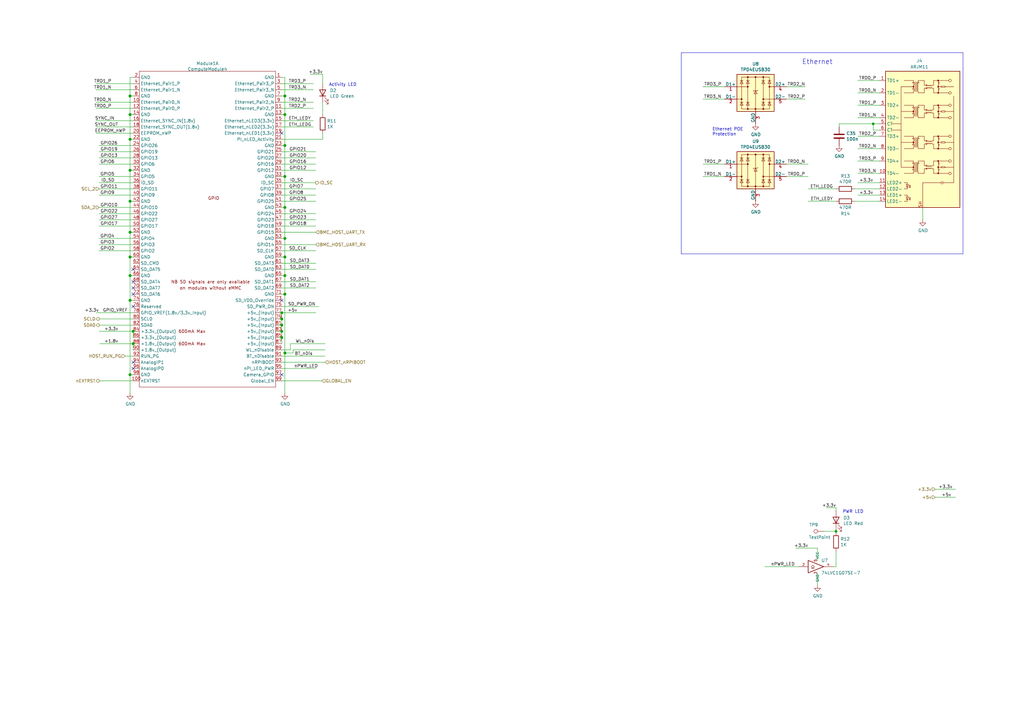
<source format=kicad_sch>
(kicad_sch (version 20230121) (generator eeschema)
  (paper "A3")
  (lib_symbols
    (symbol "CM4IO:74LVC1G07_copy"
      (property "Reference" "U" (at -2.54 3.81 0))
      (property "Value" "74LVC1G07_copy" (at 0 -3.81 0))
      (symbol "74LVC1G07_copy_1_1"
        (pin input line (at -7.62 0 0) (length 3.81) (name "~") (number "2"))
        (pin power_in line (at 0 -2.54 270) (length 0) (name "GND") (number "3"))
        (pin open_collector line (at 6.35 0 180) (length 3.81) (name "~") (number "4"))
        (pin power_in line (at 0 2.54 90) (length 0) (name "VCC") (number "5"))
      )
    )
    (symbol "CM4IO:ComputeModule4-CM4"
      (property "Reference" "Module" (at 113.03 -68.58 0))
      (property "Value" "ComputeModule4-CM4" (at 140.97 2.54 0))
      (property "Field4" "Hirose" (at 0 0 0))
      (property "Field5" "2x DF40C-100DS-0.4V" (at 0 -2.54 0))
      (symbol "ComputeModule4-CM4_1_0"
        (text "GPIO" (at 0 6.35 0) (effects (font (size 1.27 1.27))))
      )
      (symbol "ComputeModule4-CM4_1_1"
        (text "600mA Max" (at -8.89 -53.34 0) (effects (font (size 1.27 1.27))))
        (text "600mA Max" (at -8.89 -48.26 0) (effects (font (size 1.27 1.27))))
        (text "NB SD signals are only available" (at -1.27 -27.94 0) (effects (font (size 1.27 1.27))))
        (text "on modules without eMMC" (at -1.27 -30.48 0) (effects (font (size 1.27 1.27))))
        (pin power_in line (at 27.94 55.88 180) (length 2.54) (name "GND") (number "1"))
        (pin passive line (at -33.02 45.72 0) (length 2.54) (name "Ethernet_Pair0_N") (number "10"))
        (pin output line (at -33.02 -68.58 0) (length 2.54) (name "nEXTRST") (number "100"))
        (pin passive line (at 27.94 43.18 180) (length 2.54) (name "Ethernet_Pair2_P") (number "11"))
        (pin passive line (at -33.02 43.18 0) (length 2.54) (name "Ethernet_Pair0_P") (number "12"))
        (pin power_in line (at 27.94 40.64 180) (length 2.54) (name "GND") (number "13"))
        (pin power_in line (at -33.02 40.64 0) (length 2.54) (name "GND") (number "14"))
        (pin output line (at 27.94 38.1 180) (length 2.54) (name "Ethernet_nLED3(3.3v)") (number "15"))
        (pin input line (at -33.02 38.1 0) (length 2.54) (name "Ethernet_SYNC_IN(1.8v)") (number "16"))
        (pin output line (at 27.94 35.56 180) (length 2.54) (name "Ethernet_nLED2(3.3v)") (number "17"))
        (pin input line (at -33.02 35.56 0) (length 2.54) (name "Ethernet_SYNC_OUT(1.8v)") (number "18"))
        (pin output line (at 27.94 33.02 180) (length 2.54) (name "Ethernet_nLED1(3.3v)") (number "19"))
        (pin power_in line (at -33.02 55.88 0) (length 2.54) (name "GND") (number "2"))
        (pin passive line (at -33.02 33.02 0) (length 2.54) (name "EEPROM_nWP") (number "20"))
        (pin open_collector line (at 27.94 30.48 180) (length 2.54) (name "PI_nLED_Activity") (number "21"))
        (pin power_in line (at -33.02 30.48 0) (length 2.54) (name "GND") (number "22"))
        (pin power_in line (at 27.94 27.94 180) (length 2.54) (name "GND") (number "23"))
        (pin passive line (at -33.02 27.94 0) (length 2.54) (name "GPIO26") (number "24"))
        (pin passive line (at 27.94 25.4 180) (length 2.54) (name "GPIO21") (number "25"))
        (pin passive line (at -33.02 25.4 0) (length 2.54) (name "GPIO19") (number "26"))
        (pin passive line (at 27.94 22.86 180) (length 2.54) (name "GPIO20") (number "27"))
        (pin passive line (at -33.02 22.86 0) (length 2.54) (name "GPIO13") (number "28"))
        (pin passive line (at 27.94 20.32 180) (length 2.54) (name "GPIO16") (number "29"))
        (pin passive line (at 27.94 53.34 180) (length 2.54) (name "Ethernet_Pair3_P") (number "3"))
        (pin passive line (at -33.02 20.32 0) (length 2.54) (name "GPIO6") (number "30"))
        (pin passive line (at 27.94 17.78 180) (length 2.54) (name "GPIO12") (number "31"))
        (pin power_in line (at -33.02 17.78 0) (length 2.54) (name "GND") (number "32"))
        (pin power_in line (at 27.94 15.24 180) (length 2.54) (name "GND") (number "33"))
        (pin passive line (at -33.02 15.24 0) (length 2.54) (name "GPIO5") (number "34"))
        (pin passive line (at 27.94 12.7 180) (length 2.54) (name "ID_SC") (number "35"))
        (pin passive line (at -33.02 12.7 0) (length 2.54) (name "ID_SD") (number "36"))
        (pin passive line (at 27.94 10.16 180) (length 2.54) (name "GPIO7") (number "37"))
        (pin passive line (at -33.02 10.16 0) (length 2.54) (name "GPIO11") (number "38"))
        (pin passive line (at 27.94 7.62 180) (length 2.54) (name "GPIO8") (number "39"))
        (pin passive line (at -33.02 53.34 0) (length 2.54) (name "Ethernet_Pair1_P") (number "4"))
        (pin passive line (at -33.02 7.62 0) (length 2.54) (name "GPIO9") (number "40"))
        (pin passive line (at 27.94 5.08 180) (length 2.54) (name "GPIO25") (number "41"))
        (pin power_in line (at -33.02 5.08 0) (length 2.54) (name "GND") (number "42"))
        (pin power_in line (at 27.94 2.54 180) (length 2.54) (name "GND") (number "43"))
        (pin passive line (at -33.02 2.54 0) (length 2.54) (name "GPIO10") (number "44"))
        (pin passive line (at 27.94 0 180) (length 2.54) (name "GPIO24") (number "45"))
        (pin passive line (at -33.02 0 0) (length 2.54) (name "GPIO22") (number "46"))
        (pin passive line (at 27.94 -2.54 180) (length 2.54) (name "GPIO23") (number "47"))
        (pin passive line (at -33.02 -2.54 0) (length 2.54) (name "GPIO27") (number "48"))
        (pin passive line (at 27.94 -5.08 180) (length 2.54) (name "GPIO18") (number "49"))
        (pin passive line (at 27.94 50.8 180) (length 2.54) (name "Ethernet_Pair3_N") (number "5"))
        (pin passive line (at -33.02 -5.08 0) (length 2.54) (name "GPIO17") (number "50"))
        (pin passive line (at 27.94 -7.62 180) (length 2.54) (name "GPIO15") (number "51"))
        (pin power_in line (at -33.02 -7.62 0) (length 2.54) (name "GND") (number "52"))
        (pin power_in line (at 27.94 -10.16 180) (length 2.54) (name "GND") (number "53"))
        (pin passive line (at -33.02 -10.16 0) (length 2.54) (name "GPIO4") (number "54"))
        (pin passive line (at 27.94 -12.7 180) (length 2.54) (name "GPIO14") (number "55"))
        (pin passive line (at -33.02 -12.7 0) (length 2.54) (name "GPIO3") (number "56"))
        (pin passive line (at 27.94 -15.24 180) (length 2.54) (name "SD_CLK") (number "57"))
        (pin passive line (at -33.02 -15.24 0) (length 2.54) (name "GPIO2") (number "58"))
        (pin power_in line (at 27.94 -17.78 180) (length 2.54) (name "GND") (number "59"))
        (pin passive line (at -33.02 50.8 0) (length 2.54) (name "Ethernet_Pair1_N") (number "6"))
        (pin power_in line (at -33.02 -17.78 0) (length 2.54) (name "GND") (number "60"))
        (pin passive line (at 27.94 -20.32 180) (length 2.54) (name "SD_DAT3") (number "61"))
        (pin passive line (at -33.02 -20.32 0) (length 2.54) (name "SD_CMD") (number "62"))
        (pin passive line (at 27.94 -22.86 180) (length 2.54) (name "SD_DAT0") (number "63"))
        (pin passive line (at -33.02 -22.86 0) (length 2.54) (name "SD_DAT5") (number "64"))
        (pin power_in line (at 27.94 -25.4 180) (length 2.54) (name "GND") (number "65"))
        (pin power_in line (at -33.02 -25.4 0) (length 2.54) (name "GND") (number "66"))
        (pin passive line (at 27.94 -27.94 180) (length 2.54) (name "SD_DAT1") (number "67"))
        (pin passive line (at -33.02 -27.94 0) (length 2.54) (name "SD_DAT4") (number "68"))
        (pin passive line (at 27.94 -30.48 180) (length 2.54) (name "SD_DAT2") (number "69"))
        (pin power_in line (at 27.94 48.26 180) (length 2.54) (name "GND") (number "7"))
        (pin passive line (at -33.02 -30.48 0) (length 2.54) (name "SD_DAT7") (number "70"))
        (pin power_in line (at 27.94 -33.02 180) (length 2.54) (name "GND") (number "71"))
        (pin passive line (at -33.02 -33.02 0) (length 2.54) (name "SD_DAT6") (number "72"))
        (pin input line (at 27.94 -35.56 180) (length 2.54) (name "SD_VDD_Override") (number "73"))
        (pin power_in line (at -33.02 -35.56 0) (length 2.54) (name "GND") (number "74"))
        (pin output line (at 27.94 -38.1 180) (length 2.54) (name "SD_PWR_ON") (number "75"))
        (pin passive line (at -33.02 -38.1 0) (length 2.54) (name "Reserved") (number "76"))
        (pin power_in line (at 27.94 -40.64 180) (length 2.54) (name "+5v_(Input)") (number "77"))
        (pin power_in line (at -33.02 -40.64 0) (length 2.54) (name "GPIO_VREF(1.8v/3.3v_Input)") (number "78"))
        (pin power_in line (at 27.94 -43.18 180) (length 2.54) (name "+5v_(Input)") (number "79"))
        (pin power_in line (at -33.02 48.26 0) (length 2.54) (name "GND") (number "8"))
        (pin passive line (at -33.02 -43.18 0) (length 2.54) (name "SCL0") (number "80"))
        (pin power_in line (at 27.94 -45.72 180) (length 2.54) (name "+5v_(Input)") (number "81"))
        (pin passive line (at -33.02 -45.72 0) (length 2.54) (name "SDA0") (number "82"))
        (pin power_in line (at 27.94 -48.26 180) (length 2.54) (name "+5v_(Input)") (number "83"))
        (pin power_out line (at -33.02 -48.26 0) (length 2.54) (name "+3.3v_(Output)") (number "84"))
        (pin power_in line (at 27.94 -50.8 180) (length 2.54) (name "+5v_(Input)") (number "85"))
        (pin power_out line (at -33.02 -50.8 0) (length 2.54) (name "+3.3v_(Output)") (number "86"))
        (pin power_in line (at 27.94 -53.34 180) (length 2.54) (name "+5v_(Input)") (number "87"))
        (pin power_out line (at -33.02 -53.34 0) (length 2.54) (name "+1.8v_(Output)") (number "88"))
        (pin input line (at 27.94 -55.88 180) (length 2.54) (name "WL_nDisable") (number "89"))
        (pin passive line (at 27.94 45.72 180) (length 2.54) (name "Ethernet_Pair2_N") (number "9"))
        (pin power_out line (at -33.02 -55.88 0) (length 2.54) (name "+1.8v_(Output)") (number "90"))
        (pin input line (at 27.94 -58.42 180) (length 2.54) (name "BT_nDisable") (number "91"))
        (pin passive line (at -33.02 -58.42 0) (length 2.54) (name "RUN_PG") (number "92"))
        (pin input line (at 27.94 -60.96 180) (length 2.54) (name "nRPIBOOT") (number "93"))
        (pin passive line (at -33.02 -60.96 0) (length 2.54) (name "AnalogIP1") (number "94"))
        (pin output line (at 27.94 -63.5 180) (length 2.54) (name "nPI_LED_PWR") (number "95"))
        (pin passive line (at -33.02 -63.5 0) (length 2.54) (name "AnalogIP0") (number "96"))
        (pin passive line (at 27.94 -66.04 180) (length 2.54) (name "Camera_GPIO") (number "97"))
        (pin power_in line (at -33.02 -66.04 0) (length 2.54) (name "GND") (number "98"))
        (pin input line (at 27.94 -68.58 180) (length 2.54) (name "Global_EN") (number "99"))
      )
      (symbol "ComputeModule4-CM4_2_1"
        (text "High Speed Serial" (at 140.97 0 0) (effects (font (size 1.27 1.27))))
        (pin input line (at 170.18 60.96 180) (length 5.08) (name "USB_OTG_ID") (number "101"))
        (pin input line (at 109.22 60.96 0) (length 5.08) (name "PCIe_CLK_nREQ") (number "102"))
        (pin passive line (at 170.18 58.42 180) (length 5.08) (name "USB2_N") (number "103"))
        (pin passive line (at 109.22 58.42 0) (length 5.08) (name "Reserved") (number "104"))
        (pin passive line (at 170.18 55.88 180) (length 5.08) (name "USB2_P") (number "105"))
        (pin passive line (at 109.22 55.88 0) (length 5.08) (name "Reserved") (number "106"))
        (pin power_in line (at 170.18 53.34 180) (length 5.08) (name "GND") (number "107"))
        (pin power_in line (at 109.22 53.34 0) (length 5.08) (name "GND") (number "108"))
        (pin bidirectional line (at 170.18 50.8 180) (length 5.08) (name "PCIe_nRST") (number "109"))
        (pin output line (at 109.22 50.8 0) (length 5.08) (name "PCIe_CLK_P") (number "110"))
        (pin passive line (at 170.18 48.26 180) (length 5.08) (name "VDAC_COMP") (number "111"))
        (pin output line (at 109.22 48.26 0) (length 5.08) (name "PCIe_CLK_N") (number "112"))
        (pin power_in line (at 170.18 45.72 180) (length 5.08) (name "GND") (number "113"))
        (pin power_in line (at 109.22 45.72 0) (length 5.08) (name "GND") (number "114"))
        (pin input line (at 170.18 43.18 180) (length 5.08) (name "CAM1_D0_N") (number "115"))
        (pin input line (at 109.22 43.18 0) (length 5.08) (name "PCIe_RX_P") (number "116"))
        (pin input line (at 170.18 40.64 180) (length 5.08) (name "CAM1_D0_P") (number "117"))
        (pin input line (at 109.22 40.64 0) (length 5.08) (name "PCIe_RX_N") (number "118"))
        (pin power_in line (at 170.18 38.1 180) (length 5.08) (name "GND") (number "119"))
        (pin power_in line (at 109.22 38.1 0) (length 5.08) (name "GND") (number "120"))
        (pin input line (at 170.18 35.56 180) (length 5.08) (name "CAM1_D1_N") (number "121"))
        (pin output line (at 109.22 35.56 0) (length 5.08) (name "PCIe_TX_P") (number "122"))
        (pin input line (at 170.18 33.02 180) (length 5.08) (name "CAM1_D1_P") (number "123"))
        (pin output line (at 109.22 33.02 0) (length 5.08) (name "PCIe_TX_N") (number "124"))
        (pin power_in line (at 170.18 30.48 180) (length 5.08) (name "GND") (number "125"))
        (pin power_in line (at 109.22 30.48 0) (length 5.08) (name "GND") (number "126"))
        (pin input line (at 170.18 27.94 180) (length 5.08) (name "CAM1_C_N") (number "127"))
        (pin input line (at 109.22 27.94 0) (length 5.08) (name "CAM0_D0_N") (number "128"))
        (pin input line (at 170.18 25.4 180) (length 5.08) (name "CAM1_C_P") (number "129"))
        (pin input line (at 109.22 25.4 0) (length 5.08) (name "CAM0_D0_P") (number "130"))
        (pin power_in line (at 170.18 22.86 180) (length 5.08) (name "GND") (number "131"))
        (pin power_in line (at 109.22 22.86 0) (length 5.08) (name "GND") (number "132"))
        (pin input line (at 170.18 20.32 180) (length 5.08) (name "CAM1_D2_N") (number "133"))
        (pin input line (at 109.22 20.32 0) (length 5.08) (name "CAM0_D1_N") (number "134"))
        (pin input line (at 170.18 17.78 180) (length 5.08) (name "CAM1_D2_P") (number "135"))
        (pin input line (at 109.22 17.78 0) (length 5.08) (name "CAM0_D1_P") (number "136"))
        (pin power_in line (at 170.18 15.24 180) (length 5.08) (name "GND") (number "137"))
        (pin power_in line (at 109.22 15.24 0) (length 5.08) (name "GND") (number "138"))
        (pin input line (at 170.18 12.7 180) (length 5.08) (name "CAM1_D3_N") (number "139"))
        (pin input line (at 109.22 12.7 0) (length 5.08) (name "CAM0_C_N") (number "140"))
        (pin input line (at 170.18 10.16 180) (length 5.08) (name "CAM1_D3_P") (number "141"))
        (pin input line (at 109.22 10.16 0) (length 5.08) (name "CAM0_C_P") (number "142"))
        (pin input line (at 170.18 7.62 180) (length 5.08) (name "HDMI1_HOTPLUG") (number "143"))
        (pin power_in line (at 109.22 7.62 0) (length 5.08) (name "GND") (number "144"))
        (pin bidirectional line (at 170.18 5.08 180) (length 5.08) (name "HDMI1_SDA") (number "145"))
        (pin output line (at 109.22 5.08 0) (length 5.08) (name "HDMI1_TX2_P") (number "146"))
        (pin open_collector line (at 170.18 2.54 180) (length 5.08) (name "HDMI1_SCL") (number "147"))
        (pin output line (at 109.22 2.54 0) (length 5.08) (name "HDMI1_TX2_N") (number "148"))
        (pin open_collector line (at 170.18 0 180) (length 5.08) (name "HDMI1_CEC") (number "149"))
        (pin power_in line (at 109.22 0 0) (length 5.08) (name "GND") (number "150"))
        (pin open_collector line (at 170.18 -2.54 180) (length 5.08) (name "HDMI0_CEC") (number "151"))
        (pin output line (at 109.22 -2.54 0) (length 5.08) (name "HDMI1_TX1_P") (number "152"))
        (pin input line (at 170.18 -5.08 180) (length 5.08) (name "HDMI0_HOTPLUG") (number "153"))
        (pin output line (at 109.22 -5.08 0) (length 5.08) (name "HDMI1_TX1_N") (number "154"))
        (pin power_in line (at 170.18 -7.62 180) (length 5.08) (name "GND") (number "155"))
        (pin power_in line (at 109.22 -7.62 0) (length 5.08) (name "GND") (number "156"))
        (pin output line (at 170.18 -10.16 180) (length 5.08) (name "DSI0_D0_N") (number "157"))
        (pin output line (at 109.22 -10.16 0) (length 5.08) (name "HDMI1_TX0_P") (number "158"))
        (pin output line (at 170.18 -12.7 180) (length 5.08) (name "DSI0_D0_P") (number "159"))
        (pin output line (at 109.22 -12.7 0) (length 5.08) (name "HDMI1_TX0_N") (number "160"))
        (pin power_in line (at 170.18 -15.24 180) (length 5.08) (name "GND") (number "161"))
        (pin power_in line (at 109.22 -15.24 0) (length 5.08) (name "GND") (number "162"))
        (pin output line (at 170.18 -17.78 180) (length 5.08) (name "DSI0_D1_N") (number "163"))
        (pin output line (at 109.22 -17.78 0) (length 5.08) (name "HDMI1_CLK_P") (number "164"))
        (pin output line (at 170.18 -20.32 180) (length 5.08) (name "DSI0_D1_P") (number "165"))
        (pin output line (at 109.22 -20.32 0) (length 5.08) (name "HDMI1_CLK_N") (number "166"))
        (pin power_in line (at 170.18 -22.86 180) (length 5.08) (name "GND") (number "167"))
        (pin power_in line (at 109.22 -22.86 0) (length 5.08) (name "GND") (number "168"))
        (pin output line (at 170.18 -25.4 180) (length 5.08) (name "DSI0_C_N") (number "169"))
        (pin output line (at 109.22 -25.4 0) (length 5.08) (name "HDMI0_TX2_P") (number "170"))
        (pin output line (at 170.18 -27.94 180) (length 5.08) (name "DSI0_C_P") (number "171"))
        (pin output line (at 109.22 -27.94 0) (length 5.08) (name "HDMI0_TX2_N") (number "172"))
        (pin power_in line (at 170.18 -30.48 180) (length 5.08) (name "GND") (number "173"))
        (pin power_in line (at 109.22 -30.48 0) (length 5.08) (name "GND") (number "174"))
        (pin output line (at 170.18 -33.02 180) (length 5.08) (name "DSI1_D0_N") (number "175"))
        (pin output line (at 109.22 -33.02 0) (length 5.08) (name "HDMI0_TX1_P") (number "176"))
        (pin output line (at 170.18 -35.56 180) (length 5.08) (name "DSI1_D0_P") (number "177"))
        (pin output line (at 109.22 -35.56 0) (length 5.08) (name "HDMI0_TX1_N") (number "178"))
        (pin power_in line (at 170.18 -38.1 180) (length 5.08) (name "GND") (number "179"))
        (pin power_in line (at 109.22 -38.1 0) (length 5.08) (name "GND") (number "180"))
        (pin output line (at 170.18 -40.64 180) (length 5.08) (name "DSI1_D1_N") (number "181"))
        (pin output line (at 109.22 -40.64 0) (length 5.08) (name "HDMI0_TX0_P") (number "182"))
        (pin output line (at 170.18 -43.18 180) (length 5.08) (name "DSI1_D1_P") (number "183"))
        (pin output line (at 109.22 -43.18 0) (length 5.08) (name "HDMI0_TX0_N") (number "184"))
        (pin power_in line (at 170.18 -45.72 180) (length 5.08) (name "GND") (number "185"))
        (pin power_in line (at 109.22 -45.72 0) (length 5.08) (name "GND") (number "186"))
        (pin output line (at 170.18 -48.26 180) (length 5.08) (name "DSI1_C_N") (number "187"))
        (pin output line (at 109.22 -48.26 0) (length 5.08) (name "HDMI0_CLK_P") (number "188"))
        (pin output line (at 170.18 -50.8 180) (length 5.08) (name "DSI1_C_P") (number "189"))
        (pin output line (at 109.22 -50.8 0) (length 5.08) (name "HDMI0_CLK_N") (number "190"))
        (pin power_in line (at 170.18 -53.34 180) (length 5.08) (name "GND") (number "191"))
        (pin power_in line (at 109.22 -53.34 0) (length 5.08) (name "GND") (number "192"))
        (pin output line (at 170.18 -55.88 180) (length 5.08) (name "DSI1_D2_N") (number "193"))
        (pin output line (at 109.22 -55.88 0) (length 5.08) (name "DSI1_D3_N") (number "194"))
        (pin output line (at 170.18 -58.42 180) (length 5.08) (name "DSI1_D2_P") (number "195"))
        (pin output line (at 109.22 -58.42 0) (length 5.08) (name "DSI1_D3_P") (number "196"))
        (pin power_in line (at 170.18 -60.96 180) (length 5.08) (name "GND") (number "197"))
        (pin power_in line (at 109.22 -60.96 0) (length 5.08) (name "GND") (number "198"))
        (pin bidirectional line (at 170.18 -63.5 180) (length 5.08) (name "HDMI0_SDA") (number "199"))
        (pin open_collector line (at 109.22 -63.5 0) (length 5.08) (name "HDMI0_SCL") (number "200"))
      )
    )
    (symbol "CM4IO:TPD4EUSB30" (pin_names (offset 0))
      (property "Reference" "U" (at -0.635 8.89 0))
      (property "Value" "TPD4EUSB30" (at 8.89 -10.16 0))
      (symbol "TPD4EUSB30_1_1"
        (pin passive line (at -12.7 2.54 0) (length 5.08) (name "D1+") (number "1"))
        (pin passive line (at -12.7 2.54 0) (length 5.08) hide (name "~") (number "10"))
        (pin passive line (at -12.7 -2.54 0) (length 5.08) (name "D1-") (number "2"))
        (pin power_in line (at 0 -12.7 90) (length 5.08) (name "GND") (number "3"))
        (pin passive line (at 12.7 2.54 180) (length 5.08) (name "D2+") (number "4"))
        (pin passive line (at 12.7 -2.54 180) (length 5.08) (name "D2-") (number "5"))
        (pin passive line (at 12.7 -2.54 180) (length 5.08) hide (name "~") (number "6"))
        (pin passive line (at 12.7 2.54 180) (length 5.08) hide (name "~") (number "7"))
        (pin passive line (at 0 -12.7 90) (length 5.08) hide (name "GND") (number "8"))
        (pin passive line (at -12.7 -2.54 0) (length 5.08) hide (name "~") (number "9"))
      )
    )
    (symbol "Connector:ARJM11"
      (property "Reference" "J" (at -11.43 27.94 0))
      (property "Value" "ARJM11" (at 10.16 29.21 0))
      (symbol "ARJM11_1_1"
        (pin passive line (at -17.78 21.59 0) (length 2.54) (name "TD1+") (number "1"))
        (pin passive line (at -17.78 -16.51 0) (length 2.54) (name "TD4-") (number "10"))
        (pin passive line (at -17.78 -20.32 0) (length 2.54) (name "LED2+") (number "11"))
        (pin passive line (at -17.78 -22.86 0) (length 2.54) (name "LED2-") (number "12"))
        (pin passive line (at -17.78 -25.4 0) (length 2.54) (name "LED1+") (number "13"))
        (pin passive line (at -17.78 -27.94 0) (length 2.54) (name "LED1-") (number "14"))
        (pin passive line (at -17.78 16.51 0) (length 2.54) (name "TD1-") (number "2"))
        (pin passive line (at -17.78 11.43 0) (length 2.54) (name "TD2+") (number "3"))
        (pin passive line (at -17.78 6.35 0) (length 2.54) (name "TD2-") (number "4"))
        (pin passive line (at -17.78 3.81 0) (length 2.54) (name "CT") (number "5"))
        (pin passive line (at -17.78 1.27 0) (length 2.54) (name "CT") (number "6"))
        (pin passive line (at -17.78 -1.27 0) (length 2.54) (name "TD3+") (number "7"))
        (pin passive line (at -17.78 -6.35 0) (length 2.54) (name "TD3-") (number "8"))
        (pin passive line (at -17.78 -11.43 0) (length 2.54) (name "TD4+") (number "9"))
        (pin passive line (at 0 -30.48 90) (length 2.54) (name "~") (number "SH"))
      )
    )
    (symbol "Connector:TestPoint" (pin_numbers hide) (pin_names (offset 0.762) hide)
      (property "Reference" "TP" (at 0 6.858 0))
      (property "Value" "TestPoint" (at 0 5.08 0))
      (symbol "TestPoint_1_1"
        (pin passive line (at 0 0 90) (length 2.54) (name "1") (number "1"))
      )
    )
    (symbol "Device:C" (pin_numbers hide) (pin_names (offset 0.254))
      (property "Reference" "C" (at 0.635 2.54 0))
      (property "Value" "C" (at 0.635 -2.54 0))
      (symbol "C_1_1"
        (pin passive line (at 0 3.81 270) (length 2.794) (name "~") (number "1"))
        (pin passive line (at 0 -3.81 90) (length 2.794) (name "~") (number "2"))
      )
    )
    (symbol "Device:LED" (pin_numbers hide) (pin_names hide)
      (property "Reference" "D" (at 0 2.54 0))
      (property "Value" "LED" (at 0 -2.54 0))
      (symbol "LED_1_1"
        (pin passive line (at -3.81 0 0) (length 2.54) (name "K") (number "1"))
        (pin passive line (at 3.81 0 180) (length 2.54) (name "A") (number "2"))
      )
    )
    (symbol "Device:R" (pin_numbers hide) (pin_names (offset 0))
      (property "Reference" "R" (at 2.032 0 90))
      (property "Value" "R" (at 0 0 90))
      (symbol "R_1_1"
        (pin passive line (at 0 3.81 270) (length 1.27) (name "~") (number "1"))
        (pin passive line (at 0 -3.81 90) (length 1.27) (name "~") (number "2"))
      )
    )
    (symbol "power:GND" (power) (pin_names (offset 0))
      (property "Value" "GND" (at 0 -3.81 0))
      (symbol "GND_1_1"
        (pin power_in line (at 0 0 270) (length 0) hide (name "GND") (number "1"))
      )
    )
  )
  (junction (at 116.84 39.37) (diameter 1.016))
  (junction (at 53.34 39.37) (diameter 1.016))
  (junction (at 115.57 138.43) (diameter 1.016))
  (junction (at 116.84 85.09) (diameter 1.016))
  (junction (at 116.84 113.03) (diameter 1.016))
  (junction (at 342.9 217.932) (diameter 0.9144))
  (junction (at 358.14 50.8) (diameter 0.9144))
  (junction (at 115.57 135.89) (diameter 1.016))
  (junction (at 53.34 57.15) (diameter 1.016))
  (junction (at 53.34 153.67) (diameter 1.016))
  (junction (at 53.34 113.03) (diameter 1.016))
  (junction (at 115.57 133.35) (diameter 1.016))
  (junction (at 54.61 135.89) (diameter 1.016))
  (junction (at 116.84 120.65) (diameter 1.016))
  (junction (at 116.84 144.78) (diameter 1.016))
  (junction (at 53.34 123.19) (diameter 1.016))
  (junction (at 53.34 95.25) (diameter 1.016))
  (junction (at 53.34 105.41) (diameter 1.016))
  (junction (at 116.84 59.69) (diameter 1.016))
  (junction (at 115.57 130.81) (diameter 1.016))
  (junction (at 53.34 69.85) (diameter 1.016))
  (junction (at 53.34 46.99) (diameter 1.016))
  (junction (at 115.57 128.27) (diameter 1.016))
  (junction (at 116.84 46.99) (diameter 1.016))
  (junction (at 116.84 105.41) (diameter 1.016))
  (junction (at 54.61 140.97) (diameter 1.016))
  (junction (at 53.34 82.55) (diameter 1.016))
  (junction (at 116.84 97.79) (diameter 1.016))
  (junction (at 116.84 72.39) (diameter 1.016))
  (no_connect (at 115.57 123.19))
  (no_connect (at 54.61 125.73))
  (no_connect (at 54.61 151.13))
  (no_connect (at 115.57 54.61))
  (no_connect (at 54.61 115.57))
  (no_connect (at 54.61 148.59))
  (no_connect (at 54.61 110.49))
  (no_connect (at 54.61 118.11))
  (no_connect (at 115.57 153.67))
  (no_connect (at 54.61 120.65))
  (wire (pts (xy 119.126 143.51) (xy 119.126 140.97)))
  (wire (pts (xy 350.52 77.47) (xy 360.68 77.47)))
  (wire (pts (xy 115.57 133.35) (xy 115.57 135.89)))
  (wire (pts (xy 53.34 95.25) (xy 54.61 95.25)))
  (wire (pts (xy 40.64 59.69) (xy 54.61 59.69)))
  (wire (pts (xy 53.34 153.67) (xy 53.34 161.29)))
  (wire (pts (xy 115.57 85.09) (xy 116.84 85.09)))
  (wire (pts (xy 53.34 31.75) (xy 53.34 39.37)))
  (wire (pts (xy 115.57 135.89) (xy 115.57 138.43)))
  (wire (pts (xy 40.64 80.01) (xy 54.61 80.01)))
  (wire (pts (xy 39.37 52.07) (xy 54.61 52.07)))
  (wire (pts (xy 40.64 87.63) (xy 54.61 87.63)))
  (wire (pts (xy 116.84 46.99) (xy 116.84 59.69)))
  (wire (pts (xy 120.2182 144.78) (xy 120.2182 143.51)))
  (wire (pts (xy 39.37 41.91) (xy 54.61 41.91)))
  (wire (pts (xy 40.64 92.71) (xy 54.61 92.71)))
  (wire (pts (xy 115.57 143.51) (xy 119.126 143.51)))
  (wire (pts (xy 115.57 74.93) (xy 129.54 74.93)))
  (wire (pts (xy 53.34 105.41) (xy 53.34 113.03)))
  (wire (pts (xy 342.9 226.06) (xy 342.9 232.41)))
  (wire (pts (xy 39.497 128.27) (xy 54.61 128.27)))
  (polyline (pts (xy 394.97 104.14) (xy 279.4 104.14)) (stroke (width 0) (type solid)))
  (wire (pts (xy 115.57 62.23) (xy 129.54 62.23)))
  (wire (pts (xy 322.58 40.64) (xy 330.2 40.64)))
  (wire (pts (xy 53.34 82.55) (xy 54.61 82.55)))
  (wire (pts (xy 115.57 90.17) (xy 129.54 90.17)))
  (wire (pts (xy 116.84 120.65) (xy 116.84 144.78)))
  (wire (pts (xy 40.64 67.31) (xy 54.61 67.31)))
  (wire (pts (xy 116.84 97.79) (xy 116.84 105.41)))
  (wire (pts (xy 116.84 113.03) (xy 116.84 120.65)))
  (wire (pts (xy 115.57 36.83) (xy 128.524 36.83)))
  (wire (pts (xy 40.894 140.97) (xy 54.61 140.97)))
  (wire (pts (xy 53.34 123.19) (xy 54.61 123.19)))
  (wire (pts (xy 115.57 156.21) (xy 132.08 156.21)))
  (wire (pts (xy 115.57 34.29) (xy 128.524 34.29)))
  (wire (pts (xy 116.84 85.09) (xy 116.84 97.79)))
  (wire (pts (xy 120.2182 143.51) (xy 133.35 143.51)))
  (wire (pts (xy 129.54 115.57) (xy 115.57 115.57)))
  (wire (pts (xy 358.14 50.8) (xy 360.68 50.8)))
  (wire (pts (xy 351.79 80.01) (xy 360.68 80.01)))
  (wire (pts (xy 40.64 90.17) (xy 54.61 90.17)))
  (wire (pts (xy 335.28 234.95) (xy 335.28 240.03)))
  (wire (pts (xy 115.57 146.05) (xy 133.35 146.05)))
  (wire (pts (xy 116.84 39.37) (xy 116.84 46.99)))
  (wire (pts (xy 129.54 102.87) (xy 115.57 102.87)))
  (wire (pts (xy 115.57 64.77) (xy 129.54 64.77)))
  (wire (pts (xy 40.64 156.21) (xy 54.61 156.21)))
  (wire (pts (xy 51.2572 146.05) (xy 54.61 146.05)))
  (wire (pts (xy 115.57 95.25) (xy 129.54 95.25)))
  (wire (pts (xy 40.64 64.77) (xy 54.61 64.77)))
  (wire (pts (xy 351.79 55.88) (xy 360.68 55.88)))
  (wire (pts (xy 331.47 77.47) (xy 342.9 77.47)))
  (wire (pts (xy 115.57 49.53) (xy 128.524 49.53)))
  (wire (pts (xy 115.57 41.91) (xy 128.524 41.91)))
  (wire (pts (xy 115.57 69.85) (xy 129.54 69.85)))
  (wire (pts (xy 351.79 48.26) (xy 360.68 48.26)))
  (wire (pts (xy 54.61 143.51) (xy 54.61 140.97)))
  (wire (pts (xy 344.17 50.8) (xy 358.14 50.8)))
  (wire (pts (xy 116.84 144.78) (xy 120.2182 144.78)))
  (wire (pts (xy 383.54 203.962) (xy 391.922 203.962)))
  (wire (pts (xy 54.61 140.97) (xy 54.864 140.97)))
  (wire (pts (xy 40.64 74.93) (xy 54.61 74.93)))
  (wire (pts (xy 335.28 229.87) (xy 335.28 224.79)))
  (wire (pts (xy 288.29 35.56) (xy 297.18 35.56)))
  (wire (pts (xy 116.84 144.78) (xy 116.84 161.29)))
  (wire (pts (xy 342.9 208.28) (xy 339.09 208.28)))
  (wire (pts (xy 358.14 53.34) (xy 358.14 50.8)))
  (wire (pts (xy 115.57 82.55) (xy 129.54 82.55)))
  (wire (pts (xy 288.29 67.31) (xy 297.18 67.31)))
  (wire (pts (xy 39.37 49.53) (xy 54.61 49.53)))
  (wire (pts (xy 115.57 46.99) (xy 116.84 46.99)))
  (wire (pts (xy 40.64 97.79) (xy 54.61 97.79)))
  (wire (pts (xy 127.254 30.48) (xy 132.334 30.48)))
  (polyline (pts (xy 279.4 104.14) (xy 279.4 21.59)) (stroke (width 0) (type solid)))
  (wire (pts (xy 40.64 102.87) (xy 54.61 102.87)))
  (wire (pts (xy 54.61 46.99) (xy 53.34 46.99)))
  (wire (pts (xy 119.126 140.97) (xy 133.35 140.97)))
  (wire (pts (xy 342.9 232.41) (xy 341.63 232.41)))
  (wire (pts (xy 53.34 39.37) (xy 53.34 46.99)))
  (wire (pts (xy 115.57 52.07) (xy 128.524 52.07)))
  (wire (pts (xy 115.57 44.45) (xy 128.524 44.45)))
  (wire (pts (xy 115.57 138.43) (xy 115.57 140.97)))
  (wire (pts (xy 351.79 66.04) (xy 360.68 66.04)))
  (wire (pts (xy 383.54 200.66) (xy 391.922 200.66)))
  (wire (pts (xy 53.34 113.03) (xy 54.61 113.03)))
  (wire (pts (xy 40.64 130.81) (xy 54.61 130.81)))
  (wire (pts (xy 115.57 31.75) (xy 116.84 31.75)))
  (wire (pts (xy 351.79 38.1) (xy 360.68 38.1)))
  (wire (pts (xy 53.34 57.15) (xy 53.34 69.85)))
  (wire (pts (xy 351.79 71.12) (xy 360.68 71.12)))
  (wire (pts (xy 115.57 118.11) (xy 129.54 118.11)))
  (wire (pts (xy 342.9 209.55) (xy 342.9 208.28)))
  (wire (pts (xy 335.28 224.79) (xy 326.39 224.79)))
  (wire (pts (xy 115.57 148.59) (xy 133.35 148.59)))
  (wire (pts (xy 342.9 217.932) (xy 342.9 218.44)))
  (wire (pts (xy 115.57 110.49) (xy 129.54 110.49)))
  (wire (pts (xy 40.64 135.89) (xy 54.61 135.89)))
  (wire (pts (xy 115.57 120.65) (xy 116.84 120.65)))
  (wire (pts (xy 40.64 72.39) (xy 54.61 72.39)))
  (wire (pts (xy 132.334 41.91) (xy 132.334 46.99)))
  (wire (pts (xy 322.58 72.39) (xy 331.47 72.39)))
  (wire (pts (xy 115.57 105.41) (xy 116.84 105.41)))
  (wire (pts (xy 39.37 44.45) (xy 54.61 44.45)))
  (wire (pts (xy 313.69 232.41) (xy 327.66 232.41)))
  (polyline (pts (xy 394.97 21.59) (xy 394.97 104.14)) (stroke (width 0) (type solid)))
  (wire (pts (xy 115.57 151.13) (xy 129.54 151.13)))
  (wire (pts (xy 53.34 69.85) (xy 54.61 69.85)))
  (wire (pts (xy 39.37 34.29) (xy 54.61 34.29)))
  (wire (pts (xy 351.79 74.93) (xy 360.68 74.93)))
  (wire (pts (xy 54.61 39.37) (xy 53.34 39.37)))
  (wire (pts (xy 53.34 82.55) (xy 53.34 95.25)))
  (wire (pts (xy 115.57 72.39) (xy 116.84 72.39)))
  (wire (pts (xy 351.79 43.18) (xy 360.68 43.18)))
  (wire (pts (xy 115.57 128.27) (xy 129.54 128.27)))
  (wire (pts (xy 54.61 138.43) (xy 54.61 135.89)))
  (wire (pts (xy 351.79 60.96) (xy 360.68 60.96)))
  (wire (pts (xy 115.57 39.37) (xy 116.84 39.37)))
  (wire (pts (xy 297.18 72.39) (xy 288.29 72.39)))
  (wire (pts (xy 53.34 46.99) (xy 53.34 57.15)))
  (wire (pts (xy 115.57 77.47) (xy 129.54 77.47)))
  (wire (pts (xy 53.34 123.19) (xy 53.34 153.67)))
  (wire (pts (xy 378.46 85.09) (xy 378.46 90.17)))
  (polyline (pts (xy 279.4 21.59) (xy 394.97 21.59)) (stroke (width 0) (type solid)))
  (wire (pts (xy 116.84 72.39) (xy 116.84 85.09)))
  (wire (pts (xy 115.57 92.71) (xy 129.54 92.71)))
  (wire (pts (xy 115.57 57.15) (xy 132.334 57.15)))
  (wire (pts (xy 322.58 35.56) (xy 330.2 35.56)))
  (wire (pts (xy 54.61 31.75) (xy 53.34 31.75)))
  (wire (pts (xy 322.58 67.31) (xy 331.47 67.31)))
  (wire (pts (xy 40.64 77.47) (xy 54.61 77.47)))
  (wire (pts (xy 115.57 113.03) (xy 116.84 113.03)))
  (wire (pts (xy 344.17 52.07) (xy 344.17 50.8)))
  (wire (pts (xy 360.68 53.34) (xy 358.14 53.34)))
  (wire (pts (xy 39.37 54.61) (xy 54.61 54.61)))
  (wire (pts (xy 54.61 153.67) (xy 53.34 153.67)))
  (wire (pts (xy 342.9 217.17) (xy 342.9 217.932)))
  (wire (pts (xy 115.57 80.01) (xy 129.54 80.01)))
  (wire (pts (xy 132.334 57.15) (xy 132.334 54.61)))
  (wire (pts (xy 115.57 130.81) (xy 115.57 133.35)))
  (wire (pts (xy 115.57 125.73) (xy 130.81 125.73)))
  (wire (pts (xy 288.29 40.64) (xy 297.18 40.64)))
  (wire (pts (xy 331.47 82.55) (xy 342.9 82.55)))
  (wire (pts (xy 116.84 59.69) (xy 116.84 72.39)))
  (wire (pts (xy 40.64 85.09) (xy 54.61 85.09)))
  (wire (pts (xy 116.84 105.41) (xy 116.84 113.03)))
  (wire (pts (xy 115.57 128.27) (xy 115.57 130.81)))
  (wire (pts (xy 39.37 36.83) (xy 54.61 36.83)))
  (wire (pts (xy 115.57 100.33) (xy 129.54 100.33)))
  (wire (pts (xy 53.34 113.03) (xy 53.34 123.19)))
  (wire (pts (xy 40.64 133.35) (xy 54.61 133.35)))
  (wire (pts (xy 53.34 105.41) (xy 54.61 105.41)))
  (wire (pts (xy 115.57 67.31) (xy 129.54 67.31)))
  (wire (pts (xy 337.8962 217.932) (xy 342.9 217.932)))
  (wire (pts (xy 115.57 97.79) (xy 116.84 97.79)))
  (wire (pts (xy 115.57 59.69) (xy 116.84 59.69)))
  (wire (pts (xy 115.57 87.63) (xy 129.54 87.63)))
  (wire (pts (xy 351.79 33.02) (xy 360.68 33.02)))
  (wire (pts (xy 132.334 34.29) (xy 132.334 30.48)))
  (wire (pts (xy 53.34 57.15) (xy 54.61 57.15)))
  (wire (pts (xy 350.52 82.55) (xy 360.68 82.55)))
  (wire (pts (xy 53.34 95.25) (xy 53.34 105.41)))
  (wire (pts (xy 40.64 62.23) (xy 54.61 62.23)))
  (wire (pts (xy 53.34 69.85) (xy 53.34 82.55)))
  (wire (pts (xy 40.64 100.33) (xy 54.61 100.33)))
  (wire (pts (xy 116.84 31.75) (xy 116.84 39.37)))
  (wire (pts (xy 129.54 107.95) (xy 115.57 107.95)))
  (text "Ethernet" (at 328.93 26.67 0) (effects (font (size 2.0066 2.0066)) (justify left bottom)))
  (text "PWR LED" (at 345.567 210.693 0) (effects (font (size 1.27 1.27)) (justify left bottom)))
  (text "Ethernet POE\nProtection" (at 292.1 55.88 0) (effects (font (size 1.27 1.27)) (justify left bottom)))
  (text "Activity LED" (at 134.874 35.56 0) (effects (font (size 1.27 1.27)) (justify left bottom)))
  (label "GPIO27" (at 48.26 90.17 180))
  (label "GPIO9" (at 46.99 80.01 180))
  (label "+3.3v" (at 358.14 80.01 180))
  (label "TRD1_P" (at 359.41 43.18 180))
  (label "GPIO22" (at 48.26 87.63 180))
  (label "SD_DAT1" (at 127 115.57 180))
  (label "TRD3_N" (at 295.91 40.64 180))
  (label "GPIO17" (at 48.26 92.71 180))
  (label "TRD3_N" (at 118.364 36.83 0))
  (label "GPIO11" (at 48.26 77.47 180))
  (label "+3.3v" (at 48.514 135.89 180))
  (label "SYNC_IN" (at 46.99 49.53 180))
  (label "TRD0_P" (at 330.2 72.39 180))
  (label "GPIO10" (at 48.26 85.09 180))
  (label "TRD1_N" (at 295.91 72.39 180))
  (label "SD_DAT3" (at 127 107.95 180))
  (label "TRD0_N" (at 45.72 41.91 180))
  (label "+3.3v" (at 331.47 224.79 180))
  (label "GPIO7" (at 124.46 77.47 180))
  (label "ETH_LEDY" (at 341.63 82.55 180))
  (label "GPIO5" (at 46.99 72.39 180))
  (label "GPIO2" (at 46.99 102.87 180))
  (label "SD_PWR_ON" (at 118.11 125.73 0))
  (label "SD_CLK" (at 125.73 102.87 180))
  (label "+3.3v" (at 342.9 208.28 180))
  (label "TRD3_P" (at 118.364 34.29 0))
  (label "TRD1_N" (at 45.72 36.83 180))
  (label "SYNC_OUT" (at 48.514 52.07 180))
  (label "ETH_LEDG" (at 118.364 52.07 0))
  (label "+3.3v" (at 358.14 74.93 180))
  (label "GPIO12" (at 125.73 69.85 180))
  (label "nPWR_LED" (at 120.65 151.13 0))
  (label "TRD1_P" (at 45.72 34.29 180))
  (label "SD_DAT0" (at 127 110.49 180))
  (label "GPIO19" (at 48.26 62.23 180))
  (label "+5v" (at 390.144 203.962 180))
  (label "EEPROM_nWP" (at 51.562 54.61 180))
  (label "+1.8v" (at 48.514 140.97 180))
  (label "TRD2_N" (at 118.364 41.91 0))
  (label "TRD2_N" (at 330.2 35.56 180))
  (label "GPIO13" (at 48.26 64.77 180))
  (label "ETH_LEDG" (at 341.63 77.47 180))
  (label "BT_nDis" (at 128.27 146.05 180))
  (label "+3.3v" (at 40.513 128.27 180))
  (label "GPIO4" (at 46.99 97.79 180))
  (label "+3.3v" (at 132.334 30.48 180))
  (label "GPIO25" (at 125.73 82.55 180))
  (label "GPIO3" (at 46.99 100.33 180))
  (label "TRD1_P" (at 295.91 67.31 180))
  (label "TRD0_P" (at 45.72 44.45 180))
  (label "+5v" (at 121.92 128.27 180))
  (label "GPIO_VREF" (at 42.164 128.27 0))
  (label "GPIO21" (at 125.73 62.23 180))
  (label "TRD2_N" (at 359.41 60.96 180))
  (label "TRD0_N" (at 359.41 38.1 180))
  (label "+3.3v" (at 390.652 200.66 180))
  (label "ETH_LEDY" (at 118.364 49.53 0))
  (label "GPIO20" (at 125.73 64.77 180))
  (label "ID_SD" (at 46.99 74.93 180))
  (label "GPIO24" (at 125.73 87.63 180))
  (label "GPIO8" (at 124.46 80.01 180))
  (label "GPIO6" (at 46.99 67.31 180))
  (label "GPIO18" (at 125.73 92.71 180))
  (label "nPWR_LED" (at 316.23 232.41 0))
  (label "TRD2_P" (at 118.364 44.45 0))
  (label "TRD3_P" (at 295.91 35.56 180))
  (label "GPIO23" (at 125.73 90.17 180))
  (label "TRD3_N" (at 359.41 71.12 180))
  (label "ID_SC" (at 124.46 74.93 180))
  (label "TRD2_P" (at 359.41 55.88 180))
  (label "GPIO16" (at 125.73 67.31 180))
  (label "SD_DAT2" (at 127 118.11 180))
  (label "WL_nDis" (at 128.905 140.97 180))
  (label "TRD1_N" (at 359.41 48.26 180))
  (label "TRD2_P" (at 330.2 40.64 180))
  (label "GPIO26" (at 48.26 59.69 180))
  (label "TRD3_P" (at 359.41 66.04 180))
  (label "TRD0_P" (at 359.41 33.02 180))
  (label "TRD0_N" (at 330.2 67.31 180))
  (hierarchical_label "GLOBAL_EN" (shape input) (at 132.08 156.21 0))
  (hierarchical_label "SDA0" (shape output) (at 40.64 133.35 180))
  (hierarchical_label "ID_SC" (shape output) (at 129.54 74.93 0))
  (hierarchical_label "HOST_RUN_PG" (shape input) (at 51.2572 146.05 180))
  (hierarchical_label "+3.3v" (shape input) (at 383.54 200.66 180))
  (hierarchical_label "BMC_HOST_UART_TX" (shape input) (at 129.54 95.25 0))
  (hierarchical_label "SDA_2" (shape input) (at 40.64 85.09 180))
  (hierarchical_label "SCL0" (shape output) (at 40.64 130.81 180))
  (hierarchical_label "HOST_nRPIBOOT" (shape input) (at 133.35 148.59 0))
  (hierarchical_label "+5v" (shape input) (at 383.54 203.962 180))
  (hierarchical_label "nEXTRST" (shape output) (at 40.64 156.21 180))
  (hierarchical_label "SCL_2" (shape input) (at 40.64 77.47 180))
  (hierarchical_label "BMC_HOST_UART_RX" (shape input) (at 129.54 100.33 0))
  (symbol (lib_id "Device:R") (at 346.71 77.47 270) (unit 1)
    (property "Reference" "R13" (at 346.71 72.2122 90))
    (property "Value" "470R" (at 346.71 74.5236 90))
    (property "Footprint" "Resistor_SMD:R_0402_1005Metric" (effects hide))
    (property "Datasheet" "https://fscdn.rohm.com/en/products/databook/datasheet/passive/resistor/chip_resistor/mcr-e.pdf" (effects hide))
    (property "Field4" "Farnell" (effects hide))
    (property "Field5" "9239197" (effects hide))
    (property "Field7" "KOA EUROPE GMBH" (effects hide))
    (property "Field6" "RK73G1ETQTP4700D         " (effects hide))
    (property "Field8" "120887981" (effects hide))
    (property "Part Description" "Resistor 470R M1005 1% 63mW" (effects hide))
    (instances (project "srvant-mk2" (path "" (reference "R13") (unit 1))) (project "srvant" (path "" (reference "R68") (unit 1))))
  )
  (symbol (lib_id "Device:LED") (at 342.9 213.36 90) (unit 1)
    (property "Reference" "D3" (at 345.8718 212.3694 90) (effects (justify right)))
    (property "Value" "LED Red" (at 345.8718 214.6808 90) (effects (justify right)))
    (property "Footprint" "LED_SMD:LED_0603_1608Metric" (effects hide))
    (property "Datasheet" "http://optoelectronics.liteon.com/upload/download/DS22-2000-210/LTST-S270KRKT.pdf" (effects hide))
    (property "Field4" "Digikey " (effects hide))
    (property "Field5" "	LTST-S270KRKT" (effects hide))
    (property "Field6" "SML-A12U8TT86Q" (effects hide))
    (property "Field7" "Rohm" (effects hide))
    (property "Field8" "650295101" (effects hide))
    (property "Part Description" "	Red 620nm LED Indication - Discrete 2.2V 2-SMD, No Lead" (effects hide))
    (instances (project "srvant-mk2" (path "" (reference "D3") (unit 1))) (project "srvant" (path "" (reference "D6") (unit 1))))
  )
  (symbol (lib_id "Device:R") (at 346.71 82.55 270) (unit 1)
    (property "Reference" "R14" (at 346.71 87.63 90))
    (property "Value" "470R" (at 346.71 85.09 90))
    (property "Footprint" "Resistor_SMD:R_0402_1005Metric" (effects hide))
    (property "Datasheet" "https://fscdn.rohm.com/en/products/databook/datasheet/passive/resistor/chip_resistor/mcr-e.pdf" (effects hide))
    (property "Field4" "Farnell" (effects hide))
    (property "Field5" "9239197" (effects hide))
    (property "Field7" "KOA EUROPE GMBH" (effects hide))
    (property "Field6" "RK73G1ETQTP4700D         " (effects hide))
    (property "Field8" "120887981" (effects hide))
    (property "Part Description" "Resistor 470R M1005 1% 63mW" (effects hide))
    (instances (project "srvant-mk2" (path "" (reference "R14") (unit 1))) (project "srvant" (path "" (reference "R69") (unit 1))))
  )
  (symbol (lib_id "Device:LED") (at 132.334 38.1 90) (unit 1)
    (property "Reference" "D2" (at 135.3058 37.1094 90) (effects (justify right)))
    (property "Value" "LED Green" (at 135.3058 39.4208 90) (effects (justify right)))
    (property "Footprint" "LED_SMD:LED_0603_1608Metric" (effects hide))
    (property "Datasheet" "http://optoelectronics.liteon.com/upload/download/DS22-2000-226/LTST-S270KGKT.pdf" (effects hide))
    (property "Field4" "Digikey " (effects hide))
    (property "Field5" "LTST-S270KGKT" (effects hide))
    (property "Field6" "SML-A12M8TT86N" (effects hide))
    (property "Field7" "Rohm" (effects hide))
    (property "Field8" "650263301" (effects hide))
    (property "Part Description" "	Green 572nm LED Indication - Discrete 2.2V 2-SMD, No Lead" (effects hide))
    (instances (project "srvant-mk2" (path "" (reference "D2") (unit 1))) (project "srvant" (path "" (reference "D5") (unit 1))))
  )
  (symbol (lib_id "power:GND") (at 53.34 161.29 0) (unit 1)
    (property "Reference" "#PWR026" (effects hide))
    (property "Value" "GND" (at 53.467 165.6842 0))
    (instances (project "srvant-mk2" (path "" (reference "#PWR026") (unit 1))) (project "srvant" (path "" (reference "#PWR0184") (unit 1))))
  )
  (symbol (lib_id "power:GND") (at 116.84 161.29 0) (unit 1)
    (property "Reference" "#PWR027" (effects hide))
    (property "Value" "GND" (at 116.967 165.6842 0))
    (instances (project "srvant-mk2" (path "" (reference "#PWR027") (unit 1))) (project "srvant" (path "" (reference "#PWR0185") (unit 1))))
  )
  (symbol (lib_id "CM4IO:74LVC1G07_copy") (at 335.28 232.41 0) (unit 1)
    (property "Reference" "U7" (at 336.804 229.87 0) (effects (justify left)))
    (property "Value" "74LVC1G07SE-7" (at 336.804 234.95 0) (effects (justify left)))
    (property "Footprint" "Package_TO_SOT_SMD:SOT-353_SC-70-5" (effects hide))
    (property "Datasheet" "https://www.diodes.com/assets/Datasheets/74LVC1G07.pdf" (effects hide))
    (property "Field4" "Farnell" (effects hide))
    (property "Field5" "2425492" (effects hide))
    (property "Field6" "74LVC1G07SE-7" (effects hide))
    (property "Field7" "Diodes" (effects hide))
    (property "Part Description" "Buffer, Non-Inverting 1 Element 1 Bit per Element Open Drain Output SOT-353" (effects hide))
    (instances (project "srvant-mk2" (path "" (reference "U7") (unit 1))) (project "srvant" (path "" (reference "U19") (unit 1))))
  )
  (symbol (lib_id "Connector:ARJM11") (at 378.46 54.61 0) (unit 1)
    (property "Reference" "J4" (at 375.92 24.8919 0) (effects (justify left)))
    (property "Value" "ARJM11" (at 373.38 27.4319 0) (effects (justify left)))
    (property "Footprint" "Connector_RJ:RJ45_Wuerth_7499111446_Horizontal" (effects hide))
    (property "Datasheet" "https://media.digikey.com/pdf/Data%20Sheets/Pulse%20PDFs/JK%20Series.pdf" (effects hide))
    (instances (project "srvant-mk2" (path "" (reference "J4") (unit 1))) (project "srvant" (path "" (reference "J22") (unit 1))))
  )
  (symbol (lib_id "power:GND") (at 335.28 240.03 0) (unit 1)
    (property "Reference" "#PWR028" (effects hide))
    (property "Value" "GND" (at 335.407 244.4242 0))
    (instances (project "srvant-mk2" (path "" (reference "#PWR028") (unit 1))) (project "srvant" (path "" (reference "#PWR0187") (unit 1))))
  )
  (symbol (lib_id "Connector:TestPoint") (at 337.8962 217.932 90) (unit 1)
    (property "Reference" "TP9" (at 335.534 215.265 90) (effects (justify left)))
    (property "Value" "TestPoint" (at 340.614 220.345 90) (effects (justify left)))
    (property "Footprint" "TestPoint:TestPoint_Pad_2.0x2.0mm" (effects hide))
    (property "Field4" "nf" (effects hide))
    (property "Field5" "nf" (effects hide))
    (property "Field6" "nf" (effects hide))
    (property "Field7" "nf" (effects hide))
    (instances (project "srvant-mk2" (path "" (reference "TP9") (unit 1))) (project "srvant" (path "" (reference "TP6") (unit 1))))
  )
  (symbol (lib_id "CM4IO:TPD4EUSB30") (at 309.88 38.1 0) (unit 1)
    (property "Reference" "U8" (at 309.88 26.2382 0))
    (property "Value" "TPD4EUSB30" (at 309.88 28.5496 0))
    (property "Footprint" "Package_SON:USON-10_2.5x1.0mm_P0.5mm" (effects hide))
    (property "Datasheet" "http://www.ti.com/lit/ds/symlink/tpd2eusb30a.pdf" (effects hide))
    (property "Field4" "Farnell" (effects hide))
    (property "Field5" "2335455" (effects hide))
    (property "Field6" "CDDFN10-3324P-13" (effects hide))
    (property "Field7" "Bourns" (effects hide))
    (property "Field8" "UDIO00346" (effects hide))
    (property "Part Description" "Quad TVS diode for high speed signals (USB3, GigE etc.)" (effects hide))
    (instances (project "srvant-mk2" (path "" (reference "U8") (unit 1))) (project "srvant" (path "" (reference "U20") (unit 1))))
  )
  (symbol (lib_id "power:GND") (at 378.46 90.17 0) (unit 1)
    (property "Reference" "#PWR032" (effects hide))
    (property "Value" "GND" (at 378.587 94.5642 0))
    (instances (project "srvant-mk2" (path "" (reference "#PWR032") (unit 1))) (project "srvant" (path "" (reference "#PWR0189") (unit 1))))
  )
  (symbol (lib_id "Device:C") (at 344.17 55.88 0) (unit 1)
    (property "Reference" "C35" (at 347.091 54.7116 0) (effects (justify left)))
    (property "Value" "100n" (at 347.091 57.023 0) (effects (justify left)))
    (property "Footprint" "Capacitor_SMD:C_0402_1005Metric" (effects hide))
    (property "Datasheet" "https://search.murata.co.jp/Ceramy/image/img/A01X/G101/ENG/GRM155R71C104KA88-01.pdf" (effects hide))
    (property "Field4" "Farnell" (effects hide))
    (property "Field5" "2611911" (effects hide))
    (property "Field6" "RM EMK105 B7104KV-F" (effects hide))
    (property "Field7" "TAIYO YUDEN EUROPE GMBH" (effects hide))
    (property "Part Description" "	0.1uF 10% 16V Ceramic Capacitor X7R 0402 (1005 Metric)" (effects hide))
    (property "Field8" "110091611" (effects hide))
    (instances (project "srvant-mk2" (path "" (reference "C35") (unit 1))) (project "srvant" (path "" (reference "C119") (unit 1))))
  )
  (symbol (lib_id "power:GND") (at 309.88 50.8 0) (unit 1)
    (property "Reference" "#PWR029" (effects hide))
    (property "Value" "GND" (at 310.007 55.1942 0))
    (instances (project "srvant-mk2" (path "" (reference "#PWR029") (unit 1))) (project "srvant" (path "" (reference "#PWR0191") (unit 1))))
  )
  (symbol (lib_id "power:GND") (at 344.17 59.69 0) (unit 1)
    (property "Reference" "#PWR031" (effects hide))
    (property "Value" "GND" (at 344.297 64.0842 0))
    (instances (project "srvant-mk2" (path "" (reference "#PWR031") (unit 1))) (project "srvant" (path "" (reference "#PWR0192") (unit 1))))
  )
  (symbol (lib_id "Device:R") (at 132.334 50.8 0) (unit 1)
    (property "Reference" "R11" (at 134.112 49.6316 0) (effects (justify left)))
    (property "Value" "1K" (at 134.112 51.943 0) (effects (justify left)))
    (property "Footprint" "Resistor_SMD:R_0402_1005Metric" (effects hide))
    (property "Datasheet" "https://fscdn.rohm.com/en/products/databook/datasheet/passive/resistor/chip_resistor/mcr-e.pdf" (effects hide))
    (property "Field4" "Farnell" (effects hide))
    (property "Field5" "9239235" (effects hide))
    (property "Field7" "KOA EUROPE GMBH" (effects hide))
    (property "Field6" "RK73H1ETTP1001F" (effects hide))
    (property "Part Description" "Resistor 1K M1005 1% 63mW" (effects hide))
    (property "Field8" "125049511" (effects hide))
    (instances (project "srvant-mk2" (path "" (reference "R11") (unit 1))) (project "srvant" (path "" (reference "R93") (unit 1))))
  )
  (symbol (lib_id "CM4IO:ComputeModule4-CM4") (at 87.63 87.63 0) (unit 1)
    (property "Reference" "Module1" (at 85.09 26.035 0))
    (property "Value" "ComputeModule4" (at 85.09 28.3464 0))
    (property "Footprint" "CM4IO:Raspberry-Pi-4-Compute-Module" (effects hide))
    (property "Field4" "Hirose" (effects hide))
    (property "Field5" "2off DF40C-100DS-0.4V" (effects hide))
    (property "Field6" "2off DF40C-100DS-0.4V" (effects hide))
    (property "Field7" "Hirose" (effects hide))
    (property "Part Description" "	100 Position Connector Receptacle, Center Strip Contacts Surface Mount Gold" (effects hide))
  )
  (symbol (lib_id "CM4IO:TPD4EUSB30") (at 309.88 69.85 0) (unit 1)
    (property "Reference" "U9" (at 309.88 57.9882 0))
    (property "Value" "TPD4EUSB30" (at 309.88 60.2996 0))
    (property "Footprint" "Package_SON:USON-10_2.5x1.0mm_P0.5mm" (effects hide))
    (property "Datasheet" "http://www.ti.com/lit/ds/symlink/tpd2eusb30a.pdf" (effects hide))
    (property "Field4" "Farnell" (effects hide))
    (property "Field5" "2335455" (effects hide))
    (property "Field6" "CDDFN10-3324P-13" (effects hide))
    (property "Field7" "Bourns" (effects hide))
    (property "Field8" "UDIO00346" (effects hide))
    (property "Part Description" "Quad TVS diode for high speed signals (USB3, GigE etc.)" (effects hide))
    (instances (project "srvant-mk2" (path "" (reference "U9") (unit 1))) (project "srvant" (path "" (reference "U21") (unit 1))))
  )
  (symbol (lib_id "power:GND") (at 309.88 82.55 0) (unit 1)
    (property "Reference" "#PWR030" (effects hide))
    (property "Value" "GND" (at 310.007 86.9442 0))
    (instances (project "srvant-mk2" (path "" (reference "#PWR030") (unit 1))) (project "srvant" (path "" (reference "#PWR0190") (unit 1))))
  )
  (symbol (lib_id "Device:R") (at 342.9 222.25 0) (unit 1)
    (property "Reference" "R12" (at 344.678 221.0816 0) (effects (justify left)))
    (property "Value" "1K" (at 344.678 223.393 0) (effects (justify left)))
    (property "Footprint" "Resistor_SMD:R_0402_1005Metric" (effects hide))
    (property "Datasheet" "https://fscdn.rohm.com/en/products/databook/datasheet/passive/resistor/chip_resistor/mcr-e.pdf" (effects hide))
    (property "Field4" "Farnell" (effects hide))
    (property "Field5" "9239235" (effects hide))
    (property "Field7" "KOA EUROPE GMBH" (effects hide))
    (property "Field6" "RK73H1ETTP1001F" (effects hide))
    (property "Part Description" "Resistor 1K M1005 1% 63mW" (effects hide))
    (property "Field8" "125049511" (effects hide))
    (instances (project "srvant-mk2" (path "" (reference "R12") (unit 1))) (project "srvant" (path "" (reference "R96") (unit 1))))
  )
)
</source>
